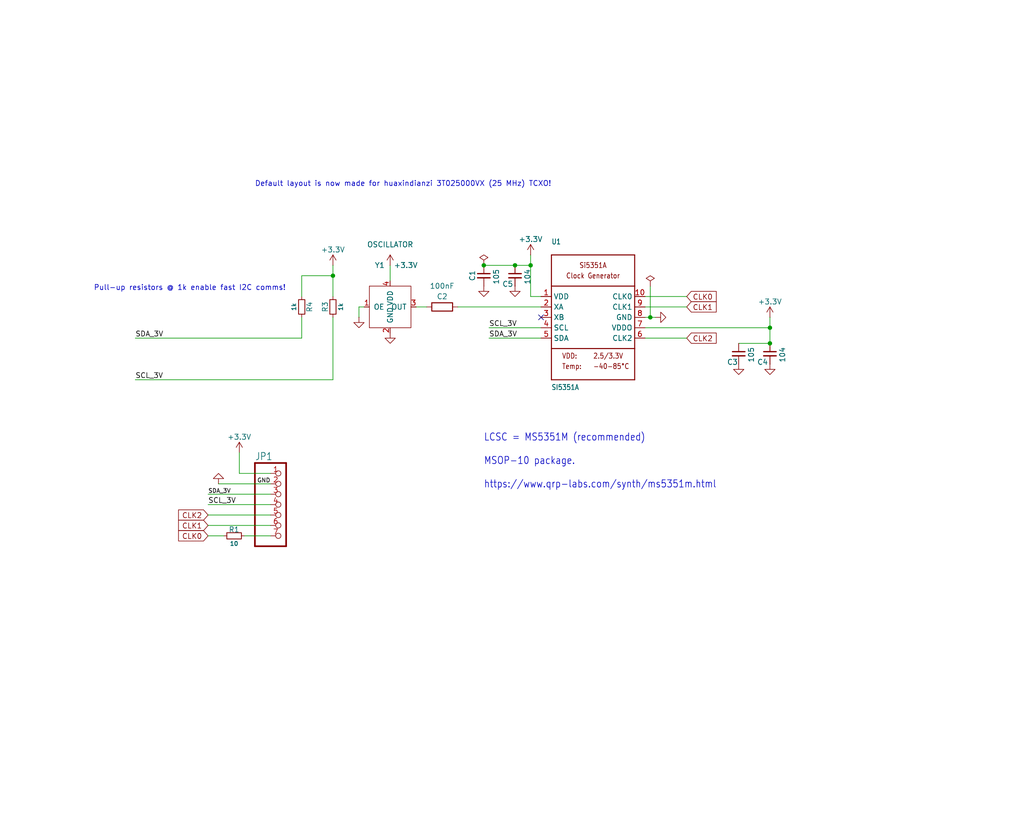
<source format=kicad_sch>
(kicad_sch (version 20250114) (generator "eeschema") (generator_version "9.0")
  (paper "User" 250.012 200)
  (title_block (date "2026-02-15") (rev "v2.27"))
  (lib_symbols
    (symbol "Adafruit Si5351A-eagle-import:HEADER-1X7THICKER"
      (property "Reference" "JP" (at -6.35 10.795 0))
      (symbol "HEADER-1X7THICKER_1_0"
        (polyline (pts (xy -6.35 10.16) (xy -6.35 -10.16)) (stroke (width 0.4064)))
        (polyline (pts (xy -6.35 -10.16) (xy 1.27 -10.16)) (stroke (width 0.4064)))
        (polyline (pts (xy 1.27 10.16) (xy -6.35 10.16)) (stroke (width 0.4064)))
        (polyline (pts (xy 1.27 -10.16) (xy 1.27 10.16)) (stroke (width 0.4064)))
        (pin passive inverted (at -2.54 7.62 0) (length 2.54) (name "1") (number "1"))
        (pin passive inverted (at -2.54 5.08 0) (length 2.54) (name "2") (number "2"))
        (pin passive inverted (at -2.54 2.54 0) (length 2.54) (name "3") (number "3"))
        (pin passive inverted (at -2.54 0 0) (length 2.54) (name "4") (number "4"))
        (pin passive inverted (at -2.54 -2.54 0) (length 2.54) (name "5") (number "5"))
        (pin passive inverted (at -2.54 -5.08 0) (length 2.54) (name "6") (number "6"))
        (pin passive inverted (at -2.54 -7.62 0) (length 2.54) (name "7") (number "7"))
      )
    )
    (symbol "Adafruit Si5351A-eagle-import:SI5351A"
      (property "Reference" "U" (at -10.16 17.78 0))
      (symbol "SI5351A_1_0"
        (polyline (pts (xy -10.16 15.24) (xy 10.16 15.24)) (stroke (width 0.254)))
        (polyline (pts (xy -10.16 7.62) (xy -10.16 15.24)) (stroke (width 0.254)))
        (polyline (pts (xy -10.16 7.62) (xy 10.16 7.62)) (stroke (width 0.254)))
        (polyline (pts (xy -10.16 -7.62) (xy -10.16 7.62)) (stroke (width 0.254)))
        (polyline (pts (xy -10.16 -7.62) (xy -10.16 -15.24)) (stroke (width 0.254)))
        (polyline (pts (xy -10.16 -15.24) (xy 10.16 -15.24)) (stroke (width 0.254)))
        (polyline (pts (xy 10.16 15.24) (xy 10.16 7.62)) (stroke (width 0.254)))
        (polyline (pts (xy 10.16 7.62) (xy 10.16 -7.62)) (stroke (width 0.254)))
        (polyline (pts (xy 10.16 -7.62) (xy -10.16 -7.62)) (stroke (width 0.254)))
        (polyline (pts (xy 10.16 -15.24) (xy 10.16 -7.62)) (stroke (width 0.254)))
        (text "VDD:" (at -7.62 -10.16 0) (effects (font (size 1.27 1.0795)) (justify left bottom)))
        (text "Temp:" (at -7.62 -12.7 0) (effects (font (size 1.27 1.0795)) (justify left bottom)))
        (text "Si5351A" (at 0 12.7 0) (effects (font (size 1.27 1.0795))))
        (text "Clock Generator" (at 0 10.16 0) (effects (font (size 1.27 1.0795))))
        (text "2.5/3.3V" (at 0 -10.16 0) (effects (font (size 1.27 1.0795)) (justify left bottom)))
        (text "-40-85°C" (at 0 -12.7 0) (effects (font (size 1.27 1.0795)) (justify left bottom)))
        (pin power_in line (at -12.7 5.08 0) (length 2.54) (name "VDD") (number "1"))
        (pin input line (at -12.7 2.54 0) (length 2.54) (name "XA") (number "2"))
        (pin input line (at -12.7 0 0) (length 2.54) (name "XB") (number "3"))
        (pin input line (at -12.7 -2.54 0) (length 2.54) (name "SCL") (number "4"))
        (pin bidirectional line (at -12.7 -5.08 0) (length 2.54) (name "SDA") (number "5"))
        (pin output line (at 12.7 5.08 180) (length 2.54) (name "CLK0") (number "10"))
        (pin output line (at 12.7 2.54 180) (length 2.54) (name "CLK1") (number "9"))
        (pin power_in line (at 12.7 0 180) (length 2.54) (name "GND") (number "8"))
        (pin power_in line (at 12.7 -2.54 180) (length 2.54) (name "VDDO") (number "7"))
        (pin output line (at 12.7 -5.08 180) (length 2.54) (name "CLK2") (number "6"))
      )
    )
    (symbol "Device:C_Small" (pin_numbers (hide yes)) (pin_names (offset 0.254) (hide yes))
      (property "Reference" "C" (at 0.254 1.778 0))
      (property "Value" "C_Small" (at 0.254 -2.032 0))
      (symbol "C_Small_0_1"
        (polyline (pts (xy -1.524 0.508) (xy 1.524 0.508)) (stroke (width 0.3048)))
        (polyline (pts (xy -1.524 -0.508) (xy 1.524 -0.508)) (stroke (width 0.3302)))
      )
      (symbol "C_Small_1_1"
        (pin passive line (at 0 2.54 270) (length 2.032) (name "~") (number "1"))
        (pin passive line (at 0 -2.54 90) (length 2.032) (name "~") (number "2"))
      )
    )
    (symbol "Device:R" (pin_numbers (hide yes)) (pin_names (offset 0))
      (property "Reference" "R" (at 2.032 0 90))
      (property "Value" "R" (at 0 0 90))
      (symbol "R_0_1"
        (rectangle (start -1.016 -2.54) (end 1.016 2.54) (stroke (width 0.254)))
      )
      (symbol "R_1_1"
        (pin passive line (at 0 3.81 270) (length 1.27) (name "~") (number "1"))
        (pin passive line (at 0 -3.81 90) (length 1.27) (name "~") (number "2"))
      )
    )
    (symbol "Device:R_Small" (pin_numbers (hide yes)) (pin_names (offset 0.254) (hide yes))
      (property "Reference" "R" (at 0 0 90))
      (property "Value" "R_Small" (at 1.778 0 90))
      (symbol "R_Small_0_1"
        (rectangle (start -0.762 1.778) (end 0.762 -1.778) (stroke (width 0.2032)))
      )
      (symbol "R_Small_1_1"
        (pin passive line (at 0 2.54 270) (length 0.762) (name "~") (number "1"))
        (pin passive line (at 0 -2.54 90) (length 0.762) (name "~") (number "2"))
      )
    )
    (symbol "EtherkitKicadLibrary:OSCILLATOR" (pin_names (offset 1.016))
      (property "Reference" "U" (at -12.192 8.509 0))
      (property "Value" "OSCILLATOR" (at -7.747 6.477 0))
      (symbol "OSCILLATOR_0_1"
        (rectangle (start -5.08 5.08) (end 5.08 -5.08))
      )
      (symbol "OSCILLATOR_1_1"
        (pin passive line (at -6.35 0 0) (length 1.27) (name "OE") (number "1"))
        (pin passive line (at 0 6.35 270) (length 1.27) (name "VDD") (number "4"))
        (pin passive line (at 0 -6.35 90) (length 1.27) (name "GND") (number "2"))
        (pin passive line (at 6.35 0 180) (length 1.27) (name "OUT") (number "3"))
      )
    )
    (symbol "R_Small_1" (pin_numbers (hide yes)) (pin_names (offset 0.254) (hide yes))
      (property "Reference" "R" (at 0 0 90))
      (property "Value" "R_Small" (at 1.778 0 90))
      (symbol "R_Small_1_0_1"
        (rectangle (start -0.762 1.778) (end 0.762 -1.778) (stroke (width 0.2032)))
      )
      (symbol "R_Small_1_1_1"
        (pin passive line (at 0 2.54 270) (length 0.762) (name "~") (number "1"))
        (pin passive line (at 0 -2.54 90) (length 0.762) (name "~") (number "2"))
      )
    )
    (symbol "power:+3.3V" (power) (pin_numbers (hide yes)) (pin_names (offset 0) (hide yes))
      (property "Value" "+3.3V" (at 0 3.556 0))
      (symbol "+3.3V_0_1"
        (polyline (pts (xy -0.762 1.27) (xy 0 2.54)))
        (polyline (pts (xy 0 2.54) (xy 0.762 1.27)))
        (polyline (pts (xy 0 0) (xy 0 2.54)))
      )
      (symbol "+3.3V_1_1"
        (pin power_in line (at 0 0 90) (length 0) (name "~") (number "1"))
      )
    )
    (symbol "power:GND" (power) (pin_numbers (hide yes)) (pin_names (offset 0) (hide yes))
      (property "Value" "GND" (at 0 -3.81 0))
      (symbol "GND_0_1"
        (polyline (pts (xy 0 0) (xy 0 -1.27) (xy 1.27 -1.27) (xy 0 -2.54) (xy -1.27 -1.27) (xy 0 -1.27)))
      )
      (symbol "GND_1_1"
        (pin power_in line (at 0 0 270) (length 0) (name "~") (number "1"))
      )
    )
    (symbol "power:PWR_FLAG" (power) (pin_numbers (hide yes)) (pin_names (offset 0) (hide yes))
      (property "Value" "PWR_FLAG" (at 0 3.81 0))
      (symbol "PWR_FLAG_0_0"
        (pin power_out line (at 0 0 90) (length 0) (name "~") (number "1"))
      )
      (symbol "PWR_FLAG_0_1"
        (polyline (pts (xy 0 0) (xy 0 1.27) (xy -1.016 1.905) (xy 0 2.54) (xy 1.016 1.905) (xy 0 1.27)))
      )
    )
  )
  (text "Default layout is now made for huaxindianzi 3T025000VX (25 MHz) TCXO!" (at 134.62 45.72 0) (effects (font (size 1.27 1.27)) (justify right bottom)))
  (text "Pull-up resistors @ 1k enable fast I2C comms!" (at 22.86 71.12 0) (effects (font (size 1.27 1.27)) (justify left bottom)))
  (text "LCSC = MS5351M (recommended)\n\nMSOP-10 package.\n\nhttps://www.qrp-labs.com/synth/ms5351m.html" (at 118.11 119.38 0) (effects (font (size 1.778 1.5113)) (justify left bottom)))
  (junction (at 187.96 83.82))
  (junction (at 81.28 67.31))
  (junction (at 158.75 77.47))
  (junction (at 118.11 64.77))
  (junction (at 125.73 64.77))
  (junction (at 129.54 64.77))
  (junction (at 187.96 80.01))
  (no_connect (at 132.08 77.47))
  (wire (pts (xy 81.28 77.47) (xy 81.28 92.71)))
  (wire (pts (xy 158.75 69.85) (xy 158.75 77.47)))
  (wire (pts (xy 73.66 67.31) (xy 81.28 67.31)))
  (wire (pts (xy 187.96 77.47) (xy 187.96 80.01)))
  (wire (pts (xy 50.8 123.19) (xy 66.04 123.19)))
  (wire (pts (xy 73.66 67.31) (xy 73.66 72.39)))
  (wire (pts (xy 157.48 80.01) (xy 187.96 80.01)))
  (wire (pts (xy 118.11 64.77) (xy 125.73 64.77)))
  (wire (pts (xy 158.75 77.47) (xy 160.02 77.47)))
  (wire (pts (xy 58.42 110.49) (xy 58.42 115.57)))
  (wire (pts (xy 132.08 82.55) (xy 119.38 82.55)))
  (wire (pts (xy 129.54 62.23) (xy 129.54 64.77)))
  (wire (pts (xy 111.76 74.93) (xy 132.08 74.93)))
  (wire (pts (xy 81.28 67.31) (xy 81.28 64.77)))
  (wire (pts (xy 81.28 67.31) (xy 81.28 72.39)))
  (wire (pts (xy 66.04 125.73) (xy 50.8 125.73)))
  (wire (pts (xy 66.04 128.27) (xy 50.8 128.27)))
  (wire (pts (xy 53.34 118.11) (xy 66.04 118.11)))
  (wire (pts (xy 33.02 82.55) (xy 73.66 82.55)))
  (wire (pts (xy 157.48 72.39) (xy 167.64 72.39)))
  (wire (pts (xy 132.08 72.39) (xy 129.54 72.39)))
  (wire (pts (xy 50.8 120.65) (xy 66.04 120.65)))
  (wire (pts (xy 54.61 130.81) (xy 50.8 130.81)))
  (wire (pts (xy 101.6 74.93) (xy 104.14 74.93)))
  (wire (pts (xy 129.54 64.77) (xy 129.54 72.39)))
  (wire (pts (xy 87.63 77.47) (xy 87.63 74.93)))
  (wire (pts (xy 132.08 80.01) (xy 119.38 80.01)))
  (wire (pts (xy 180.34 83.82) (xy 187.96 83.82)))
  (wire (pts (xy 157.48 82.55) (xy 167.64 82.55)))
  (wire (pts (xy 87.63 74.93) (xy 88.9 74.93)))
  (wire (pts (xy 33.02 92.71) (xy 81.28 92.71)))
  (wire (pts (xy 95.25 64.77) (xy 95.25 68.58)))
  (wire (pts (xy 157.48 77.47) (xy 158.75 77.47)))
  (wire (pts (xy 187.96 83.82) (xy 187.96 80.01)))
  (wire (pts (xy 157.48 74.93) (xy 167.64 74.93)))
  (wire (pts (xy 125.73 64.77) (xy 129.54 64.77)))
  (wire (pts (xy 73.66 77.47) (xy 73.66 82.55)))
  (wire (pts (xy 66.04 130.81) (xy 59.69 130.81)))
  (wire (pts (xy 66.04 115.57) (xy 58.42 115.57)))
  (label "SCL_3V" (at 33.02 92.71 0) (effects (font (size 1.2446 1.2446))))
  (label "GND" (at 66.04 118.11 180) (effects (font (size 1.016 1.016))))
  (label "SDA_3V" (at 119.38 82.55 0) (effects (font (size 1.2446 1.2446))))
  (label "SCL_3V" (at 50.8 123.19 0) (effects (font (size 1.2446 1.2446))))
  (label "SDA_3V" (at 50.8 120.65 0) (effects (font (size 1 1))))
  (label "SCL_3V" (at 119.38 80.01 0) (effects (font (size 1.2446 1.2446))))
  (label "SDA_3V" (at 33.02 82.55 0) (effects (font (size 1.2446 1.2446))))
  (global_label "CLK1" (shape input) (at 167.64 74.93 0) (property "Intersheetrefs" "${INTERSHEET_REFS}" (effects (hide yes))))
  (global_label "CLK0" (shape input) (at 167.64 72.39 0) (property "Intersheetrefs" "${INTERSHEET_REFS}" (effects (hide yes))))
  (global_label "CLK2" (shape input) (at 167.64 82.55 0) (property "Intersheetrefs" "${INTERSHEET_REFS}" (effects (hide yes))))
  (global_label "CLK0" (shape input) (at 50.8 130.81 180) (property "Intersheetrefs" "${INTERSHEET_REFS}" (effects (hide yes))))
  (global_label "CLK1" (shape input) (at 50.8 128.27 180) (property "Intersheetrefs" "${INTERSHEET_REFS}" (effects (hide yes))))
  (global_label "CLK2" (shape input) (at 50.8 125.73 180) (property "Intersheetrefs" "${INTERSHEET_REFS}" (effects (hide yes))))
  (symbol (lib_id "Adafruit Si5351A-eagle-import:HEADER-1X7THICKER") (at 68.58 123.19 0) (unit 1) (in_bom no)
    (property "Reference" "JP1" (at 62.23 112.395 0) (effects (font (size 1.778 1.5113)) (justify left bottom)))
    (property "Footprint" "Adafruit Si5351A:1X07_ROUND_76" (effects (hide yes)))
  )
  (symbol (lib_id "Adafruit Si5351A-eagle-import:SI5351A") (at 144.78 77.47 0) (unit 1)
    (property "Reference" "U1" (at 134.62 59.69 0) (effects (font (size 1.27 1.0795)) (justify left bottom)))
    (property "Value" "SI5351A" (at 134.62 95.25 0) (effects (font (size 1.27 1.0795)) (justify left bottom)))
    (property "Footprint" "Package_SO:MSOP-10_3x3mm_P0.5mm" (effects (hide yes)))
  )
  (symbol (lib_id "power:+3.3V") (at 81.28 64.77 0) (unit 1)
    (property "Reference" "#PWR01" (effects (hide yes)))
    (property "Value" "+3.3V" (at 81.28 60.96 0))
    (property "Description" "Power symbol creates a global label with name \"+3.3V\"" (effects (hide yes)))
  )
  (symbol (lib_id "power:GND") (at 180.34 88.9 0) (unit 1)
    (property "Reference" "#PWR016" (effects (hide yes)))
    (property "Value" "GND" (effects (hide yes)))
    (property "Description" "Power symbol creates a global label with name \"GND\" , ground" (effects (hide yes)))
  )
  (symbol (lib_name "R_Small_1") (lib_id "Device:R_Small") (at 73.66 74.93 180) (unit 1)
    (property "Reference" "R4" (at 75.565 74.93 90))
    (property "Value" "1k" (at 71.755 74.93 90) (effects (font (size 1.016 1.016) (bold yes))))
    (property "Footprint" "Resistor_SMD:R_0805_2012Metric_Pad1.20x1.40mm_HandSolder" (effects (hide yes)))
    (property "Description" "Resistor, small symbol" (effects (hide yes)))
  )
  (symbol (lib_id "power:+3.3V") (at 187.96 77.47 0) (unit 1)
    (property "Reference" "#PWR03" (effects (hide yes)))
    (property "Value" "+3.3V" (at 187.96 73.66 0))
    (property "Description" "Power symbol creates a global label with name \"+3.3V\"" (effects (hide yes)))
  )
  (symbol (lib_id "Device:C_Small") (at 125.73 67.31 0) (unit 1)
    (property "Reference" "C5" (at 123.952 69.342 0))
    (property "Value" "104" (at 128.778 67.564 90))
    (property "Footprint" "Capacitor_SMD:C_0603_1608Metric" (effects (hide yes)))
  )
  (symbol (lib_id "power:GND") (at 160.02 77.47 90) (unit 1)
    (property "Reference" "#PWR011" (effects (hide yes)))
    (property "Value" "GND" (effects (hide yes)))
    (property "Description" "Power symbol creates a global label with name \"GND\" , ground" (effects (hide yes)))
  )
  (symbol (lib_id "power:+3.3V") (at 58.42 110.49 0) (unit 1)
    (property "Reference" "#PWR0101" (effects (hide yes)))
    (property "Value" "+3.3V" (at 58.42 106.68 0))
    (property "Description" "Power symbol creates a global label with name \"+3.3V\"" (effects (hide yes)))
  )
  (symbol (lib_id "power:GND") (at 187.96 88.9 0) (unit 1)
    (property "Reference" "#PWR017" (effects (hide yes)))
    (property "Value" "GND" (effects (hide yes)))
    (property "Description" "Power symbol creates a global label with name \"GND\" , ground" (effects (hide yes)))
  )
  (symbol (lib_name "R_Small_1") (lib_id "Device:R_Small") (at 57.15 130.81 270) (unit 1)
    (property "Reference" "R1" (at 57.15 129.286 90))
    (property "Value" "10" (at 57.15 132.715 90) (effects (font (size 1.016 1.016) (bold yes))))
    (property "Footprint" "Resistor_SMD:R_0805_2012Metric_Pad1.20x1.40mm_HandSolder" (effects (hide yes)))
    (property "Description" "Resistor, small symbol" (effects (hide yes)))
  )
  (symbol (lib_id "EtherkitKicadLibrary:OSCILLATOR") (at 95.25 74.93 0) (unit 1)
    (property "Reference" "Y1" (at 92.71 64.77 0))
    (property "Value" "OSCILLATOR" (at 95.25 59.69 0))
    (property "Footprint" "footprints:OSC-SMD_4P-L3.2-W2.5-BL-1" (effects (hide yes)))
  )
  (symbol (lib_id "Device:C_Small") (at 118.11 67.31 0) (unit 1)
    (property "Reference" "C1" (at 115.316 67.31 90))
    (property "Value" "105" (at 121.158 67.564 90))
    (property "Footprint" "Capacitor_SMD:C_0603_1608Metric" (effects (hide yes)))
  )
  (symbol (lib_id "power:GND") (at 53.34 118.11 180) (unit 1)
    (property "Reference" "#PWR015" (effects (hide yes)))
    (property "Value" "GND" (effects (hide yes)))
    (property "Description" "Power symbol creates a global label with name \"GND\" , ground" (effects (hide yes)))
  )
  (symbol (lib_id "Device:C_Small") (at 180.34 86.36 0) (unit 1)
    (property "Reference" "C3" (at 178.816 88.392 0))
    (property "Value" "105" (at 183.388 86.614 90))
    (property "Footprint" "Capacitor_SMD:C_0603_1608Metric" (effects (hide yes)))
  )
  (symbol (lib_id "power:GND") (at 118.11 69.85 0) (unit 1)
    (property "Reference" "#PWR014" (effects (hide yes)))
    (property "Value" "GND" (effects (hide yes)))
    (property "Description" "Power symbol creates a global label with name \"GND\" , ground" (effects (hide yes)))
  )
  (symbol (lib_id "Device:R") (at 107.95 74.93 90) (unit 1)
    (property "Reference" "C2" (at 107.95 72.39 90))
    (property "Value" "100nF" (at 107.9246 69.8246 90))
    (property "Footprint" "Capacitor_SMD:C_0603_1608Metric" (effects (hide yes)))
  )
  (symbol (lib_id "power:+3.3V") (at 95.25 64.77 0) (unit 1)
    (property "Reference" "#PWR0102" (effects (hide yes)))
    (property "Value" "+3.3V" (at 99.06 64.77 0))
    (property "Description" "Power symbol creates a global label with name \"+3.3V\"" (effects (hide yes)))
  )
  (symbol (lib_id "Device:C_Small") (at 187.96 86.36 0) (unit 1)
    (property "Reference" "C4" (at 186.182 88.392 0))
    (property "Value" "104" (at 191.008 86.614 90))
    (property "Footprint" "Capacitor_SMD:C_0603_1608Metric" (effects (hide yes)))
  )
  (symbol (lib_id "Device:R_Small") (at 81.28 74.93 180) (unit 1)
    (property "Reference" "R3" (at 79.375 74.93 90))
    (property "Value" "1k" (at 83.185 74.93 90) (effects (font (size 1.016 1.016) (bold yes))))
    (property "Footprint" "Resistor_SMD:R_0805_2012Metric_Pad1.20x1.40mm_HandSolder" (effects (hide yes)))
    (property "Description" "Resistor, small symbol" (effects (hide yes)))
  )
  (symbol (lib_id "power:PWR_FLAG") (at 118.11 64.77 0) (unit 1)
    (property "Reference" "#FLG0101" (effects (hide yes)))
    (property "Value" "PWR_FLAG" (effects (hide yes)))
    (property "Description" "Special symbol for telling ERC where power comes from" (effects (hide yes)))
  )
  (symbol (lib_id "power:GND") (at 95.25 81.28 0) (unit 1)
    (property "Reference" "#PWR012" (effects (hide yes)))
    (property "Value" "GND" (effects (hide yes)))
    (property "Description" "Power symbol creates a global label with name \"GND\" , ground" (effects (hide yes)))
  )
  (symbol (lib_id "power:GND") (at 87.63 77.47 0) (unit 1)
    (property "Reference" "#PWR013" (effects (hide yes)))
    (property "Value" "GND" (effects (hide yes)))
    (property "Description" "Power symbol creates a global label with name \"GND\" , ground" (effects (hide yes)))
  )
  (symbol (lib_id "power:PWR_FLAG") (at 158.75 69.85 0) (unit 1)
    (property "Reference" "#FLG01" (effects (hide yes)))
    (property "Value" "PWR_FLAG" (effects (hide yes)))
    (property "Description" "Special symbol for telling ERC where power comes from" (effects (hide yes)))
  )
  (symbol (lib_id "power:GND") (at 125.73 69.85 0) (unit 1)
    (property "Reference" "#PWR04" (effects (hide yes)))
    (property "Value" "GND" (effects (hide yes)))
    (property "Description" "Power symbol creates a global label with name \"GND\" , ground" (effects (hide yes)))
  )
  (symbol (lib_id "power:+3.3V") (at 129.54 62.23 0) (unit 1)
    (property "Reference" "#PWR02" (effects (hide yes)))
    (property "Value" "+3.3V" (at 129.54 58.42 0))
    (property "Description" "Power symbol creates a global label with name \"+3.3V\"" (effects (hide yes)))
  )
)
</source>
